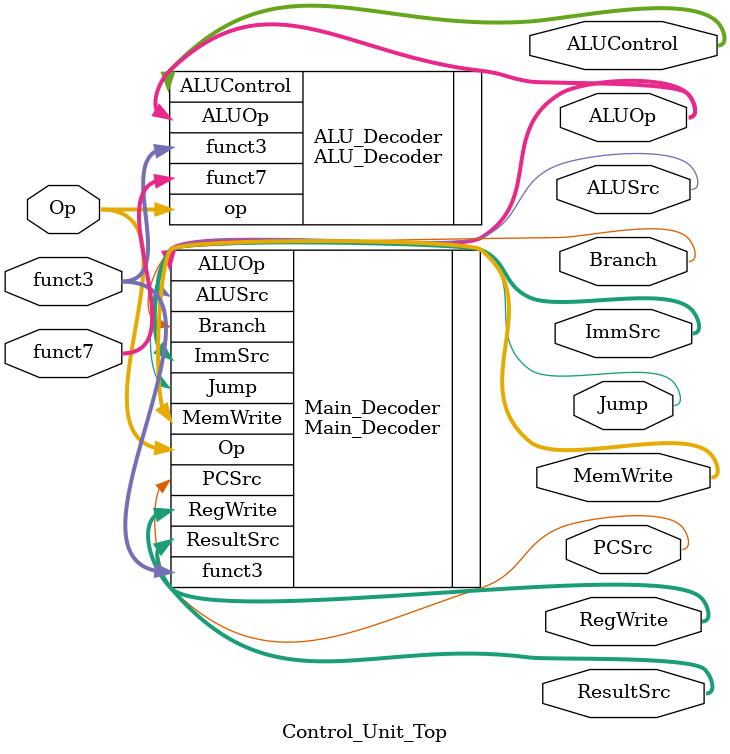
<source format=v>
`timescale 1ns / 1ps
`include "ALU_Decoder.v"
`include "Main_Decoder.v"

module Control_Unit_Top(
    Op,RegWrite,ImmSrc,ALUSrc,MemWrite,ResultSrc,Branch,ALUOp,Jump,funct3,funct7,ALUControl,PCSrc
    );
    input [2:0]funct3;
    input [6:0]funct7,Op;
//    input zero; not a input in pipelined version 
    output ALUSrc,Branch,PCSrc,Jump;
    output [2:0]RegWrite;
    output [1:0]ALUOp,ResultSrc,MemWrite;
//    output [2:0]ALUControl;
  output [5:0]ALUControl;
    output [2:0]ImmSrc;
    wire [1:0]ALUOp;
    Main_Decoder Main_Decoder(
    .Op(Op),
    .RegWrite(RegWrite),
    .ImmSrc(ImmSrc),
    .ALUSrc(ALUSrc),
    .MemWrite(MemWrite),
    .ResultSrc(ResultSrc),
    .Branch(Branch),
    .ALUOp(ALUOp), 
    .PCSrc(PCSrc),
    .Jump(Jump),
    .funct3(funct3)
    );
    
    ALU_Decoder ALU_Decoder(
    .ALUOp(ALUOp),
    .funct3(funct3),
    .funct7(funct7),
    .op(Op),
    .ALUControl(ALUControl)
    );

endmodule

</source>
